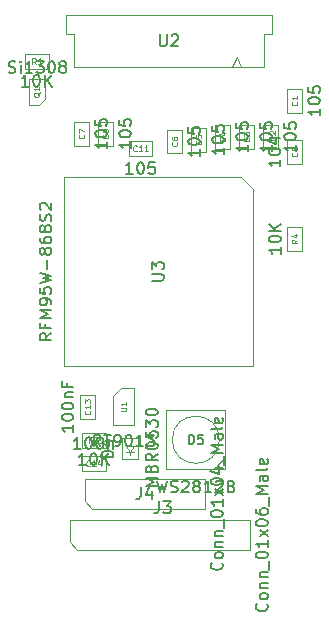
<source format=gbr>
%TF.GenerationSoftware,KiCad,Pcbnew,(5.1.10)-1*%
%TF.CreationDate,2022-01-07T18:41:25+01:00*%
%TF.ProjectId,M5StampC3,4d355374-616d-4704-9333-2e6b69636164,rev?*%
%TF.SameCoordinates,Original*%
%TF.FileFunction,Other,Fab,Top*%
%FSLAX46Y46*%
G04 Gerber Fmt 4.6, Leading zero omitted, Abs format (unit mm)*
G04 Created by KiCad (PCBNEW (5.1.10)-1) date 2022-01-07 18:41:25*
%MOMM*%
%LPD*%
G01*
G04 APERTURE LIST*
%ADD10C,0.100000*%
%ADD11C,0.150000*%
%ADD12C,0.080000*%
%ADD13C,0.075000*%
G04 APERTURE END LIST*
D10*
%TO.C,D4*%
X122490000Y-77100000D02*
X122490000Y-75300000D01*
X122490000Y-75300000D02*
X123890000Y-75300000D01*
X123890000Y-75300000D02*
X123890000Y-77100000D01*
X123890000Y-77100000D02*
X122490000Y-77100000D01*
X122840000Y-76500000D02*
X123540000Y-76500000D01*
X123190000Y-76500000D02*
X123190000Y-76700000D01*
X123190000Y-76500000D02*
X122840000Y-76000000D01*
X122840000Y-76000000D02*
X123540000Y-76000000D01*
X123540000Y-76000000D02*
X123190000Y-76500000D01*
X123190000Y-76000000D02*
X123190000Y-75750000D01*
%TO.C,U3*%
X133600000Y-54214000D02*
X133600000Y-69214000D01*
X117600000Y-69214000D02*
X133600000Y-69214000D01*
X117600000Y-53214000D02*
X117600000Y-69214000D01*
X117600000Y-53214000D02*
X132600000Y-53214000D01*
X133600000Y-54214000D02*
X132600000Y-53214000D01*
%TO.C,R4*%
X136535000Y-59420000D02*
X136535000Y-57420000D01*
X137785000Y-59420000D02*
X136535000Y-59420000D01*
X137785000Y-57420000D02*
X137785000Y-59420000D01*
X136535000Y-57420000D02*
X137785000Y-57420000D01*
%TO.C,D5*%
X131278000Y-76938000D02*
X130278000Y-77938000D01*
X126278000Y-72938000D02*
X126278000Y-77938000D01*
X126278000Y-77938000D02*
X131278000Y-77938000D01*
X131278000Y-77938000D02*
X131278000Y-72938000D01*
X131278000Y-72938000D02*
X126278000Y-72938000D01*
X130778000Y-75438000D02*
G75*
G03*
X130778000Y-75438000I-2000000J0D01*
G01*
%TO.C,J4*%
X119380000Y-80645000D02*
X119380000Y-78740000D01*
X119380000Y-78740000D02*
X129540000Y-78740000D01*
X129540000Y-78740000D02*
X129540000Y-81280000D01*
X129540000Y-81280000D02*
X120015000Y-81280000D01*
X120015000Y-81280000D02*
X119380000Y-80645000D01*
%TO.C,U1*%
X121782000Y-71744000D02*
X122432000Y-71094000D01*
X123582000Y-71094000D02*
X122432000Y-71094000D01*
X121782000Y-71744000D02*
X121782000Y-74194000D01*
X123582000Y-74194000D02*
X121782000Y-74194000D01*
X123582000Y-71094000D02*
X123582000Y-74194000D01*
%TO.C,R3*%
X119142000Y-76105000D02*
X119142000Y-74855000D01*
X119142000Y-74855000D02*
X121142000Y-74855000D01*
X121142000Y-74855000D02*
X121142000Y-76105000D01*
X121142000Y-76105000D02*
X119142000Y-76105000D01*
%TO.C,C14*%
X121142000Y-76825000D02*
X121142000Y-78075000D01*
X121142000Y-78075000D02*
X119142000Y-78075000D01*
X119142000Y-78075000D02*
X119142000Y-76825000D01*
X119142000Y-76825000D02*
X121142000Y-76825000D01*
%TO.C,C13*%
X119009000Y-71644000D02*
X120259000Y-71644000D01*
X120259000Y-71644000D02*
X120259000Y-73644000D01*
X120259000Y-73644000D02*
X119009000Y-73644000D01*
X119009000Y-73644000D02*
X119009000Y-71644000D01*
%TO.C,J3*%
X118745000Y-84770000D02*
X118110000Y-84135000D01*
X133350000Y-84770000D02*
X118745000Y-84770000D01*
X133350000Y-82230000D02*
X133350000Y-84770000D01*
X118110000Y-82230000D02*
X133350000Y-82230000D01*
X118110000Y-84135000D02*
X118110000Y-82230000D01*
%TO.C,U2*%
X134552000Y-43870000D02*
X118432000Y-43870000D01*
X118432000Y-43870000D02*
X118432000Y-41070000D01*
X118432000Y-41070000D02*
X117777000Y-41070000D01*
X117777000Y-41070000D02*
X117777000Y-39470000D01*
X117777000Y-39470000D02*
X135207000Y-39470000D01*
X135207000Y-39470000D02*
X135207000Y-41070000D01*
X135207000Y-41070000D02*
X134552000Y-41070000D01*
X134552000Y-41070000D02*
X134552000Y-43870000D01*
X132642000Y-43870000D02*
X132242000Y-43070000D01*
X132242000Y-43070000D02*
X131842000Y-43870000D01*
%TO.C,Q1*%
X114646000Y-47074000D02*
X115496000Y-47074000D01*
X115996000Y-46574000D02*
X115996000Y-44874000D01*
X114646000Y-47074000D02*
X114646000Y-44874000D01*
X114646000Y-44874000D02*
X115996000Y-44874000D01*
X115496000Y-47074000D02*
X115996000Y-46574000D01*
%TO.C,R1*%
X114316000Y-44059000D02*
X114316000Y-42809000D01*
X114316000Y-42809000D02*
X116316000Y-42809000D01*
X116316000Y-42809000D02*
X116316000Y-44059000D01*
X116316000Y-44059000D02*
X114316000Y-44059000D01*
%TO.C,C9*%
X121783000Y-50530000D02*
X120533000Y-50530000D01*
X120533000Y-50530000D02*
X120533000Y-48530000D01*
X120533000Y-48530000D02*
X121783000Y-48530000D01*
X121783000Y-48530000D02*
X121783000Y-50530000D01*
%TO.C,C6*%
X127625000Y-51180000D02*
X126375000Y-51180000D01*
X126375000Y-51180000D02*
X126375000Y-49180000D01*
X126375000Y-49180000D02*
X127625000Y-49180000D01*
X127625000Y-49180000D02*
X127625000Y-51180000D01*
%TO.C,C4*%
X131689000Y-50784000D02*
X130439000Y-50784000D01*
X130439000Y-50784000D02*
X130439000Y-48784000D01*
X130439000Y-48784000D02*
X131689000Y-48784000D01*
X131689000Y-48784000D02*
X131689000Y-50784000D01*
%TO.C,C2*%
X135753000Y-50784000D02*
X134503000Y-50784000D01*
X134503000Y-50784000D02*
X134503000Y-48784000D01*
X134503000Y-48784000D02*
X135753000Y-48784000D01*
X135753000Y-48784000D02*
X135753000Y-50784000D01*
%TO.C,C7*%
X119751000Y-50530000D02*
X118501000Y-50530000D01*
X118501000Y-50530000D02*
X118501000Y-48530000D01*
X118501000Y-48530000D02*
X119751000Y-48530000D01*
X119751000Y-48530000D02*
X119751000Y-50530000D01*
%TO.C,C8*%
X136535000Y-50054000D02*
X137785000Y-50054000D01*
X137785000Y-50054000D02*
X137785000Y-52054000D01*
X137785000Y-52054000D02*
X136535000Y-52054000D01*
X136535000Y-52054000D02*
X136535000Y-50054000D01*
%TO.C,C11*%
X123100000Y-51425000D02*
X123100000Y-50175000D01*
X123100000Y-50175000D02*
X125100000Y-50175000D01*
X125100000Y-50175000D02*
X125100000Y-51425000D01*
X125100000Y-51425000D02*
X123100000Y-51425000D01*
%TO.C,C5*%
X129657000Y-49038000D02*
X129657000Y-51038000D01*
X128407000Y-49038000D02*
X129657000Y-49038000D01*
X128407000Y-51038000D02*
X128407000Y-49038000D01*
X129657000Y-51038000D02*
X128407000Y-51038000D01*
%TO.C,C3*%
X133721000Y-50784000D02*
X132471000Y-50784000D01*
X132471000Y-50784000D02*
X132471000Y-48784000D01*
X132471000Y-48784000D02*
X133721000Y-48784000D01*
X133721000Y-48784000D02*
X133721000Y-50784000D01*
%TO.C,C1*%
X137785000Y-47736000D02*
X136535000Y-47736000D01*
X136535000Y-47736000D02*
X136535000Y-45736000D01*
X136535000Y-45736000D02*
X137785000Y-45736000D01*
X137785000Y-45736000D02*
X137785000Y-47736000D01*
%TD*%
%TO.C,D4*%
D11*
X125542380Y-79338095D02*
X124542380Y-79338095D01*
X125256666Y-79004761D01*
X124542380Y-78671428D01*
X125542380Y-78671428D01*
X125018571Y-77861904D02*
X125066190Y-77719047D01*
X125113809Y-77671428D01*
X125209047Y-77623809D01*
X125351904Y-77623809D01*
X125447142Y-77671428D01*
X125494761Y-77719047D01*
X125542380Y-77814285D01*
X125542380Y-78195238D01*
X124542380Y-78195238D01*
X124542380Y-77861904D01*
X124590000Y-77766666D01*
X124637619Y-77719047D01*
X124732857Y-77671428D01*
X124828095Y-77671428D01*
X124923333Y-77719047D01*
X124970952Y-77766666D01*
X125018571Y-77861904D01*
X125018571Y-78195238D01*
X125542380Y-76623809D02*
X125066190Y-76957142D01*
X125542380Y-77195238D02*
X124542380Y-77195238D01*
X124542380Y-76814285D01*
X124590000Y-76719047D01*
X124637619Y-76671428D01*
X124732857Y-76623809D01*
X124875714Y-76623809D01*
X124970952Y-76671428D01*
X125018571Y-76719047D01*
X125066190Y-76814285D01*
X125066190Y-77195238D01*
X124542380Y-76004761D02*
X124542380Y-75909523D01*
X124590000Y-75814285D01*
X124637619Y-75766666D01*
X124732857Y-75719047D01*
X124923333Y-75671428D01*
X125161428Y-75671428D01*
X125351904Y-75719047D01*
X125447142Y-75766666D01*
X125494761Y-75814285D01*
X125542380Y-75909523D01*
X125542380Y-76004761D01*
X125494761Y-76100000D01*
X125447142Y-76147619D01*
X125351904Y-76195238D01*
X125161428Y-76242857D01*
X124923333Y-76242857D01*
X124732857Y-76195238D01*
X124637619Y-76147619D01*
X124590000Y-76100000D01*
X124542380Y-76004761D01*
X124542380Y-74766666D02*
X124542380Y-75242857D01*
X125018571Y-75290476D01*
X124970952Y-75242857D01*
X124923333Y-75147619D01*
X124923333Y-74909523D01*
X124970952Y-74814285D01*
X125018571Y-74766666D01*
X125113809Y-74719047D01*
X125351904Y-74719047D01*
X125447142Y-74766666D01*
X125494761Y-74814285D01*
X125542380Y-74909523D01*
X125542380Y-75147619D01*
X125494761Y-75242857D01*
X125447142Y-75290476D01*
X124542380Y-74385714D02*
X124542380Y-73766666D01*
X124923333Y-74100000D01*
X124923333Y-73957142D01*
X124970952Y-73861904D01*
X125018571Y-73814285D01*
X125113809Y-73766666D01*
X125351904Y-73766666D01*
X125447142Y-73814285D01*
X125494761Y-73861904D01*
X125542380Y-73957142D01*
X125542380Y-74242857D01*
X125494761Y-74338095D01*
X125447142Y-74385714D01*
X124542380Y-73147619D02*
X124542380Y-73052380D01*
X124590000Y-72957142D01*
X124637619Y-72909523D01*
X124732857Y-72861904D01*
X124923333Y-72814285D01*
X125161428Y-72814285D01*
X125351904Y-72861904D01*
X125447142Y-72909523D01*
X125494761Y-72957142D01*
X125542380Y-73052380D01*
X125542380Y-73147619D01*
X125494761Y-73242857D01*
X125447142Y-73290476D01*
X125351904Y-73338095D01*
X125161428Y-73385714D01*
X124923333Y-73385714D01*
X124732857Y-73338095D01*
X124637619Y-73290476D01*
X124590000Y-73242857D01*
X124542380Y-73147619D01*
X121792380Y-76938095D02*
X120792380Y-76938095D01*
X120792380Y-76700000D01*
X120840000Y-76557142D01*
X120935238Y-76461904D01*
X121030476Y-76414285D01*
X121220952Y-76366666D01*
X121363809Y-76366666D01*
X121554285Y-76414285D01*
X121649523Y-76461904D01*
X121744761Y-76557142D01*
X121792380Y-76700000D01*
X121792380Y-76938095D01*
X121125714Y-75509523D02*
X121792380Y-75509523D01*
X120744761Y-75747619D02*
X121459047Y-75985714D01*
X121459047Y-75366666D01*
%TO.C,U3*%
X116552380Y-66428285D02*
X116076190Y-66761619D01*
X116552380Y-66999714D02*
X115552380Y-66999714D01*
X115552380Y-66618761D01*
X115600000Y-66523523D01*
X115647619Y-66475904D01*
X115742857Y-66428285D01*
X115885714Y-66428285D01*
X115980952Y-66475904D01*
X116028571Y-66523523D01*
X116076190Y-66618761D01*
X116076190Y-66999714D01*
X116028571Y-65666380D02*
X116028571Y-65999714D01*
X116552380Y-65999714D02*
X115552380Y-65999714D01*
X115552380Y-65523523D01*
X116552380Y-65142571D02*
X115552380Y-65142571D01*
X116266666Y-64809238D01*
X115552380Y-64475904D01*
X116552380Y-64475904D01*
X116552380Y-63952095D02*
X116552380Y-63761619D01*
X116504761Y-63666380D01*
X116457142Y-63618761D01*
X116314285Y-63523523D01*
X116123809Y-63475904D01*
X115742857Y-63475904D01*
X115647619Y-63523523D01*
X115600000Y-63571142D01*
X115552380Y-63666380D01*
X115552380Y-63856857D01*
X115600000Y-63952095D01*
X115647619Y-63999714D01*
X115742857Y-64047333D01*
X115980952Y-64047333D01*
X116076190Y-63999714D01*
X116123809Y-63952095D01*
X116171428Y-63856857D01*
X116171428Y-63666380D01*
X116123809Y-63571142D01*
X116076190Y-63523523D01*
X115980952Y-63475904D01*
X115552380Y-62571142D02*
X115552380Y-63047333D01*
X116028571Y-63094952D01*
X115980952Y-63047333D01*
X115933333Y-62952095D01*
X115933333Y-62714000D01*
X115980952Y-62618761D01*
X116028571Y-62571142D01*
X116123809Y-62523523D01*
X116361904Y-62523523D01*
X116457142Y-62571142D01*
X116504761Y-62618761D01*
X116552380Y-62714000D01*
X116552380Y-62952095D01*
X116504761Y-63047333D01*
X116457142Y-63094952D01*
X115552380Y-62190190D02*
X116552380Y-61952095D01*
X115838095Y-61761619D01*
X116552380Y-61571142D01*
X115552380Y-61333047D01*
X116171428Y-60952095D02*
X116171428Y-60190190D01*
X115980952Y-59571142D02*
X115933333Y-59666380D01*
X115885714Y-59714000D01*
X115790476Y-59761619D01*
X115742857Y-59761619D01*
X115647619Y-59714000D01*
X115600000Y-59666380D01*
X115552380Y-59571142D01*
X115552380Y-59380666D01*
X115600000Y-59285428D01*
X115647619Y-59237809D01*
X115742857Y-59190190D01*
X115790476Y-59190190D01*
X115885714Y-59237809D01*
X115933333Y-59285428D01*
X115980952Y-59380666D01*
X115980952Y-59571142D01*
X116028571Y-59666380D01*
X116076190Y-59714000D01*
X116171428Y-59761619D01*
X116361904Y-59761619D01*
X116457142Y-59714000D01*
X116504761Y-59666380D01*
X116552380Y-59571142D01*
X116552380Y-59380666D01*
X116504761Y-59285428D01*
X116457142Y-59237809D01*
X116361904Y-59190190D01*
X116171428Y-59190190D01*
X116076190Y-59237809D01*
X116028571Y-59285428D01*
X115980952Y-59380666D01*
X115552380Y-58333047D02*
X115552380Y-58523523D01*
X115600000Y-58618761D01*
X115647619Y-58666380D01*
X115790476Y-58761619D01*
X115980952Y-58809238D01*
X116361904Y-58809238D01*
X116457142Y-58761619D01*
X116504761Y-58714000D01*
X116552380Y-58618761D01*
X116552380Y-58428285D01*
X116504761Y-58333047D01*
X116457142Y-58285428D01*
X116361904Y-58237809D01*
X116123809Y-58237809D01*
X116028571Y-58285428D01*
X115980952Y-58333047D01*
X115933333Y-58428285D01*
X115933333Y-58618761D01*
X115980952Y-58714000D01*
X116028571Y-58761619D01*
X116123809Y-58809238D01*
X115980952Y-57666380D02*
X115933333Y-57761619D01*
X115885714Y-57809238D01*
X115790476Y-57856857D01*
X115742857Y-57856857D01*
X115647619Y-57809238D01*
X115600000Y-57761619D01*
X115552380Y-57666380D01*
X115552380Y-57475904D01*
X115600000Y-57380666D01*
X115647619Y-57333047D01*
X115742857Y-57285428D01*
X115790476Y-57285428D01*
X115885714Y-57333047D01*
X115933333Y-57380666D01*
X115980952Y-57475904D01*
X115980952Y-57666380D01*
X116028571Y-57761619D01*
X116076190Y-57809238D01*
X116171428Y-57856857D01*
X116361904Y-57856857D01*
X116457142Y-57809238D01*
X116504761Y-57761619D01*
X116552380Y-57666380D01*
X116552380Y-57475904D01*
X116504761Y-57380666D01*
X116457142Y-57333047D01*
X116361904Y-57285428D01*
X116171428Y-57285428D01*
X116076190Y-57333047D01*
X116028571Y-57380666D01*
X115980952Y-57475904D01*
X116504761Y-56904476D02*
X116552380Y-56761619D01*
X116552380Y-56523523D01*
X116504761Y-56428285D01*
X116457142Y-56380666D01*
X116361904Y-56333047D01*
X116266666Y-56333047D01*
X116171428Y-56380666D01*
X116123809Y-56428285D01*
X116076190Y-56523523D01*
X116028571Y-56714000D01*
X115980952Y-56809238D01*
X115933333Y-56856857D01*
X115838095Y-56904476D01*
X115742857Y-56904476D01*
X115647619Y-56856857D01*
X115600000Y-56809238D01*
X115552380Y-56714000D01*
X115552380Y-56475904D01*
X115600000Y-56333047D01*
X115647619Y-55952095D02*
X115600000Y-55904476D01*
X115552380Y-55809238D01*
X115552380Y-55571142D01*
X115600000Y-55475904D01*
X115647619Y-55428285D01*
X115742857Y-55380666D01*
X115838095Y-55380666D01*
X115980952Y-55428285D01*
X116552380Y-55999714D01*
X116552380Y-55380666D01*
X125052380Y-61975904D02*
X125861904Y-61975904D01*
X125957142Y-61928285D01*
X126004761Y-61880666D01*
X126052380Y-61785428D01*
X126052380Y-61594952D01*
X126004761Y-61499714D01*
X125957142Y-61452095D01*
X125861904Y-61404476D01*
X125052380Y-61404476D01*
X125052380Y-61023523D02*
X125052380Y-60404476D01*
X125433333Y-60737809D01*
X125433333Y-60594952D01*
X125480952Y-60499714D01*
X125528571Y-60452095D01*
X125623809Y-60404476D01*
X125861904Y-60404476D01*
X125957142Y-60452095D01*
X126004761Y-60499714D01*
X126052380Y-60594952D01*
X126052380Y-60880666D01*
X126004761Y-60975904D01*
X125957142Y-61023523D01*
%TO.C,R4*%
X135962380Y-59110476D02*
X135962380Y-59681904D01*
X135962380Y-59396190D02*
X134962380Y-59396190D01*
X135105238Y-59491428D01*
X135200476Y-59586666D01*
X135248095Y-59681904D01*
X134962380Y-58491428D02*
X134962380Y-58396190D01*
X135010000Y-58300952D01*
X135057619Y-58253333D01*
X135152857Y-58205714D01*
X135343333Y-58158095D01*
X135581428Y-58158095D01*
X135771904Y-58205714D01*
X135867142Y-58253333D01*
X135914761Y-58300952D01*
X135962380Y-58396190D01*
X135962380Y-58491428D01*
X135914761Y-58586666D01*
X135867142Y-58634285D01*
X135771904Y-58681904D01*
X135581428Y-58729523D01*
X135343333Y-58729523D01*
X135152857Y-58681904D01*
X135057619Y-58634285D01*
X135010000Y-58586666D01*
X134962380Y-58491428D01*
X135962380Y-57729523D02*
X134962380Y-57729523D01*
X135962380Y-57158095D02*
X135390952Y-57586666D01*
X134962380Y-57158095D02*
X135533809Y-57729523D01*
D12*
X137386190Y-58503333D02*
X137148095Y-58670000D01*
X137386190Y-58789047D02*
X136886190Y-58789047D01*
X136886190Y-58598571D01*
X136910000Y-58550952D01*
X136933809Y-58527142D01*
X136981428Y-58503333D01*
X137052857Y-58503333D01*
X137100476Y-58527142D01*
X137124285Y-58550952D01*
X137148095Y-58598571D01*
X137148095Y-58789047D01*
X137052857Y-58074761D02*
X137386190Y-58074761D01*
X136862380Y-58193809D02*
X137219523Y-58312857D01*
X137219523Y-58003333D01*
%TO.C,D5*%
D11*
X125468476Y-78890380D02*
X125706571Y-79890380D01*
X125897047Y-79176095D01*
X126087523Y-79890380D01*
X126325619Y-78890380D01*
X126658952Y-79842761D02*
X126801809Y-79890380D01*
X127039904Y-79890380D01*
X127135142Y-79842761D01*
X127182761Y-79795142D01*
X127230380Y-79699904D01*
X127230380Y-79604666D01*
X127182761Y-79509428D01*
X127135142Y-79461809D01*
X127039904Y-79414190D01*
X126849428Y-79366571D01*
X126754190Y-79318952D01*
X126706571Y-79271333D01*
X126658952Y-79176095D01*
X126658952Y-79080857D01*
X126706571Y-78985619D01*
X126754190Y-78938000D01*
X126849428Y-78890380D01*
X127087523Y-78890380D01*
X127230380Y-78938000D01*
X127611333Y-78985619D02*
X127658952Y-78938000D01*
X127754190Y-78890380D01*
X127992285Y-78890380D01*
X128087523Y-78938000D01*
X128135142Y-78985619D01*
X128182761Y-79080857D01*
X128182761Y-79176095D01*
X128135142Y-79318952D01*
X127563714Y-79890380D01*
X128182761Y-79890380D01*
X128754190Y-79318952D02*
X128658952Y-79271333D01*
X128611333Y-79223714D01*
X128563714Y-79128476D01*
X128563714Y-79080857D01*
X128611333Y-78985619D01*
X128658952Y-78938000D01*
X128754190Y-78890380D01*
X128944666Y-78890380D01*
X129039904Y-78938000D01*
X129087523Y-78985619D01*
X129135142Y-79080857D01*
X129135142Y-79128476D01*
X129087523Y-79223714D01*
X129039904Y-79271333D01*
X128944666Y-79318952D01*
X128754190Y-79318952D01*
X128658952Y-79366571D01*
X128611333Y-79414190D01*
X128563714Y-79509428D01*
X128563714Y-79699904D01*
X128611333Y-79795142D01*
X128658952Y-79842761D01*
X128754190Y-79890380D01*
X128944666Y-79890380D01*
X129039904Y-79842761D01*
X129087523Y-79795142D01*
X129135142Y-79699904D01*
X129135142Y-79509428D01*
X129087523Y-79414190D01*
X129039904Y-79366571D01*
X128944666Y-79318952D01*
X130087523Y-79890380D02*
X129516095Y-79890380D01*
X129801809Y-79890380D02*
X129801809Y-78890380D01*
X129706571Y-79033238D01*
X129611333Y-79128476D01*
X129516095Y-79176095D01*
X130468476Y-78985619D02*
X130516095Y-78938000D01*
X130611333Y-78890380D01*
X130849428Y-78890380D01*
X130944666Y-78938000D01*
X130992285Y-78985619D01*
X131039904Y-79080857D01*
X131039904Y-79176095D01*
X130992285Y-79318952D01*
X130420857Y-79890380D01*
X131039904Y-79890380D01*
X131801809Y-79366571D02*
X131944666Y-79414190D01*
X131992285Y-79461809D01*
X132039904Y-79557047D01*
X132039904Y-79699904D01*
X131992285Y-79795142D01*
X131944666Y-79842761D01*
X131849428Y-79890380D01*
X131468476Y-79890380D01*
X131468476Y-78890380D01*
X131801809Y-78890380D01*
X131897047Y-78938000D01*
X131944666Y-78985619D01*
X131992285Y-79080857D01*
X131992285Y-79176095D01*
X131944666Y-79271333D01*
X131897047Y-79318952D01*
X131801809Y-79366571D01*
X131468476Y-79366571D01*
X128187523Y-75799904D02*
X128187523Y-74999904D01*
X128378000Y-74999904D01*
X128492285Y-75038000D01*
X128568476Y-75114190D01*
X128606571Y-75190380D01*
X128644666Y-75342761D01*
X128644666Y-75457047D01*
X128606571Y-75609428D01*
X128568476Y-75685619D01*
X128492285Y-75761809D01*
X128378000Y-75799904D01*
X128187523Y-75799904D01*
X129368476Y-74999904D02*
X128987523Y-74999904D01*
X128949428Y-75380857D01*
X128987523Y-75342761D01*
X129063714Y-75304666D01*
X129254190Y-75304666D01*
X129330380Y-75342761D01*
X129368476Y-75380857D01*
X129406571Y-75457047D01*
X129406571Y-75647523D01*
X129368476Y-75723714D01*
X129330380Y-75761809D01*
X129254190Y-75799904D01*
X129063714Y-75799904D01*
X128987523Y-75761809D01*
X128949428Y-75723714D01*
%TO.C,J4*%
X130957142Y-85843333D02*
X131004761Y-85890952D01*
X131052380Y-86033809D01*
X131052380Y-86129047D01*
X131004761Y-86271904D01*
X130909523Y-86367142D01*
X130814285Y-86414761D01*
X130623809Y-86462380D01*
X130480952Y-86462380D01*
X130290476Y-86414761D01*
X130195238Y-86367142D01*
X130100000Y-86271904D01*
X130052380Y-86129047D01*
X130052380Y-86033809D01*
X130100000Y-85890952D01*
X130147619Y-85843333D01*
X131052380Y-85271904D02*
X131004761Y-85367142D01*
X130957142Y-85414761D01*
X130861904Y-85462380D01*
X130576190Y-85462380D01*
X130480952Y-85414761D01*
X130433333Y-85367142D01*
X130385714Y-85271904D01*
X130385714Y-85129047D01*
X130433333Y-85033809D01*
X130480952Y-84986190D01*
X130576190Y-84938571D01*
X130861904Y-84938571D01*
X130957142Y-84986190D01*
X131004761Y-85033809D01*
X131052380Y-85129047D01*
X131052380Y-85271904D01*
X130385714Y-84510000D02*
X131052380Y-84510000D01*
X130480952Y-84510000D02*
X130433333Y-84462380D01*
X130385714Y-84367142D01*
X130385714Y-84224285D01*
X130433333Y-84129047D01*
X130528571Y-84081428D01*
X131052380Y-84081428D01*
X130385714Y-83605238D02*
X131052380Y-83605238D01*
X130480952Y-83605238D02*
X130433333Y-83557619D01*
X130385714Y-83462380D01*
X130385714Y-83319523D01*
X130433333Y-83224285D01*
X130528571Y-83176666D01*
X131052380Y-83176666D01*
X131147619Y-82938571D02*
X131147619Y-82176666D01*
X130052380Y-81748095D02*
X130052380Y-81652857D01*
X130100000Y-81557619D01*
X130147619Y-81510000D01*
X130242857Y-81462380D01*
X130433333Y-81414761D01*
X130671428Y-81414761D01*
X130861904Y-81462380D01*
X130957142Y-81510000D01*
X131004761Y-81557619D01*
X131052380Y-81652857D01*
X131052380Y-81748095D01*
X131004761Y-81843333D01*
X130957142Y-81890952D01*
X130861904Y-81938571D01*
X130671428Y-81986190D01*
X130433333Y-81986190D01*
X130242857Y-81938571D01*
X130147619Y-81890952D01*
X130100000Y-81843333D01*
X130052380Y-81748095D01*
X131052380Y-80462380D02*
X131052380Y-81033809D01*
X131052380Y-80748095D02*
X130052380Y-80748095D01*
X130195238Y-80843333D01*
X130290476Y-80938571D01*
X130338095Y-81033809D01*
X131052380Y-80129047D02*
X130385714Y-79605238D01*
X130385714Y-80129047D02*
X131052380Y-79605238D01*
X130052380Y-79033809D02*
X130052380Y-78938571D01*
X130100000Y-78843333D01*
X130147619Y-78795714D01*
X130242857Y-78748095D01*
X130433333Y-78700476D01*
X130671428Y-78700476D01*
X130861904Y-78748095D01*
X130957142Y-78795714D01*
X131004761Y-78843333D01*
X131052380Y-78938571D01*
X131052380Y-79033809D01*
X131004761Y-79129047D01*
X130957142Y-79176666D01*
X130861904Y-79224285D01*
X130671428Y-79271904D01*
X130433333Y-79271904D01*
X130242857Y-79224285D01*
X130147619Y-79176666D01*
X130100000Y-79129047D01*
X130052380Y-79033809D01*
X130385714Y-77843333D02*
X131052380Y-77843333D01*
X130004761Y-78081428D02*
X130719047Y-78319523D01*
X130719047Y-77700476D01*
X131147619Y-77557619D02*
X131147619Y-76795714D01*
X131052380Y-76557619D02*
X130052380Y-76557619D01*
X130766666Y-76224285D01*
X130052380Y-75890952D01*
X131052380Y-75890952D01*
X131052380Y-74986190D02*
X130528571Y-74986190D01*
X130433333Y-75033809D01*
X130385714Y-75129047D01*
X130385714Y-75319523D01*
X130433333Y-75414761D01*
X131004761Y-74986190D02*
X131052380Y-75081428D01*
X131052380Y-75319523D01*
X131004761Y-75414761D01*
X130909523Y-75462380D01*
X130814285Y-75462380D01*
X130719047Y-75414761D01*
X130671428Y-75319523D01*
X130671428Y-75081428D01*
X130623809Y-74986190D01*
X131052380Y-74367142D02*
X131004761Y-74462380D01*
X130909523Y-74510000D01*
X130052380Y-74510000D01*
X131004761Y-73605238D02*
X131052380Y-73700476D01*
X131052380Y-73890952D01*
X131004761Y-73986190D01*
X130909523Y-74033809D01*
X130528571Y-74033809D01*
X130433333Y-73986190D01*
X130385714Y-73890952D01*
X130385714Y-73700476D01*
X130433333Y-73605238D01*
X130528571Y-73557619D01*
X130623809Y-73557619D01*
X130719047Y-74033809D01*
X124126666Y-79462380D02*
X124126666Y-80176666D01*
X124079047Y-80319523D01*
X123983809Y-80414761D01*
X123840952Y-80462380D01*
X123745714Y-80462380D01*
X125031428Y-79795714D02*
X125031428Y-80462380D01*
X124793333Y-79414761D02*
X124555238Y-80129047D01*
X125174285Y-80129047D01*
%TO.C,U1*%
X120705809Y-75996380D02*
X120372476Y-75520190D01*
X120134380Y-75996380D02*
X120134380Y-74996380D01*
X120515333Y-74996380D01*
X120610571Y-75044000D01*
X120658190Y-75091619D01*
X120705809Y-75186857D01*
X120705809Y-75329714D01*
X120658190Y-75424952D01*
X120610571Y-75472571D01*
X120515333Y-75520190D01*
X120134380Y-75520190D01*
X120991523Y-74996380D02*
X121562952Y-74996380D01*
X121277238Y-75996380D02*
X121277238Y-74996380D01*
X121943904Y-75996380D02*
X122134380Y-75996380D01*
X122229619Y-75948761D01*
X122277238Y-75901142D01*
X122372476Y-75758285D01*
X122420095Y-75567809D01*
X122420095Y-75186857D01*
X122372476Y-75091619D01*
X122324857Y-75044000D01*
X122229619Y-74996380D01*
X122039142Y-74996380D01*
X121943904Y-75044000D01*
X121896285Y-75091619D01*
X121848666Y-75186857D01*
X121848666Y-75424952D01*
X121896285Y-75520190D01*
X121943904Y-75567809D01*
X122039142Y-75615428D01*
X122229619Y-75615428D01*
X122324857Y-75567809D01*
X122372476Y-75520190D01*
X122420095Y-75424952D01*
X123039142Y-74996380D02*
X123134380Y-74996380D01*
X123229619Y-75044000D01*
X123277238Y-75091619D01*
X123324857Y-75186857D01*
X123372476Y-75377333D01*
X123372476Y-75615428D01*
X123324857Y-75805904D01*
X123277238Y-75901142D01*
X123229619Y-75948761D01*
X123134380Y-75996380D01*
X123039142Y-75996380D01*
X122943904Y-75948761D01*
X122896285Y-75901142D01*
X122848666Y-75805904D01*
X122801047Y-75615428D01*
X122801047Y-75377333D01*
X122848666Y-75186857D01*
X122896285Y-75091619D01*
X122943904Y-75044000D01*
X123039142Y-74996380D01*
X124324857Y-75996380D02*
X123753428Y-75996380D01*
X124039142Y-75996380D02*
X124039142Y-74996380D01*
X123943904Y-75139238D01*
X123848666Y-75234476D01*
X123753428Y-75282095D01*
X124658190Y-74996380D02*
X125277238Y-74996380D01*
X124943904Y-75377333D01*
X125086761Y-75377333D01*
X125182000Y-75424952D01*
X125229619Y-75472571D01*
X125277238Y-75567809D01*
X125277238Y-75805904D01*
X125229619Y-75901142D01*
X125182000Y-75948761D01*
X125086761Y-75996380D01*
X124801047Y-75996380D01*
X124705809Y-75948761D01*
X124658190Y-75901142D01*
D13*
X122408190Y-73024952D02*
X122812952Y-73024952D01*
X122860571Y-73001142D01*
X122884380Y-72977333D01*
X122908190Y-72929714D01*
X122908190Y-72834476D01*
X122884380Y-72786857D01*
X122860571Y-72763047D01*
X122812952Y-72739238D01*
X122408190Y-72739238D01*
X122908190Y-72239238D02*
X122908190Y-72524952D01*
X122908190Y-72382095D02*
X122408190Y-72382095D01*
X122479619Y-72429714D01*
X122527238Y-72477333D01*
X122551047Y-72524952D01*
%TO.C,R3*%
D11*
X119451523Y-77582380D02*
X118880095Y-77582380D01*
X119165809Y-77582380D02*
X119165809Y-76582380D01*
X119070571Y-76725238D01*
X118975333Y-76820476D01*
X118880095Y-76868095D01*
X120070571Y-76582380D02*
X120165809Y-76582380D01*
X120261047Y-76630000D01*
X120308666Y-76677619D01*
X120356285Y-76772857D01*
X120403904Y-76963333D01*
X120403904Y-77201428D01*
X120356285Y-77391904D01*
X120308666Y-77487142D01*
X120261047Y-77534761D01*
X120165809Y-77582380D01*
X120070571Y-77582380D01*
X119975333Y-77534761D01*
X119927714Y-77487142D01*
X119880095Y-77391904D01*
X119832476Y-77201428D01*
X119832476Y-76963333D01*
X119880095Y-76772857D01*
X119927714Y-76677619D01*
X119975333Y-76630000D01*
X120070571Y-76582380D01*
X120832476Y-77582380D02*
X120832476Y-76582380D01*
X121403904Y-77582380D02*
X120975333Y-77010952D01*
X121403904Y-76582380D02*
X120832476Y-77153809D01*
D12*
X120058666Y-75706190D02*
X119892000Y-75468095D01*
X119772952Y-75706190D02*
X119772952Y-75206190D01*
X119963428Y-75206190D01*
X120011047Y-75230000D01*
X120034857Y-75253809D01*
X120058666Y-75301428D01*
X120058666Y-75372857D01*
X120034857Y-75420476D01*
X120011047Y-75444285D01*
X119963428Y-75468095D01*
X119772952Y-75468095D01*
X120225333Y-75206190D02*
X120534857Y-75206190D01*
X120368190Y-75396666D01*
X120439619Y-75396666D01*
X120487238Y-75420476D01*
X120511047Y-75444285D01*
X120534857Y-75491904D01*
X120534857Y-75610952D01*
X120511047Y-75658571D01*
X120487238Y-75682380D01*
X120439619Y-75706190D01*
X120296761Y-75706190D01*
X120249142Y-75682380D01*
X120225333Y-75658571D01*
%TO.C,C14*%
D11*
X119022952Y-76222380D02*
X118451523Y-76222380D01*
X118737238Y-76222380D02*
X118737238Y-75222380D01*
X118642000Y-75365238D01*
X118546761Y-75460476D01*
X118451523Y-75508095D01*
X119642000Y-75222380D02*
X119737238Y-75222380D01*
X119832476Y-75270000D01*
X119880095Y-75317619D01*
X119927714Y-75412857D01*
X119975333Y-75603333D01*
X119975333Y-75841428D01*
X119927714Y-76031904D01*
X119880095Y-76127142D01*
X119832476Y-76174761D01*
X119737238Y-76222380D01*
X119642000Y-76222380D01*
X119546761Y-76174761D01*
X119499142Y-76127142D01*
X119451523Y-76031904D01*
X119403904Y-75841428D01*
X119403904Y-75603333D01*
X119451523Y-75412857D01*
X119499142Y-75317619D01*
X119546761Y-75270000D01*
X119642000Y-75222380D01*
X120594380Y-75222380D02*
X120689619Y-75222380D01*
X120784857Y-75270000D01*
X120832476Y-75317619D01*
X120880095Y-75412857D01*
X120927714Y-75603333D01*
X120927714Y-75841428D01*
X120880095Y-76031904D01*
X120832476Y-76127142D01*
X120784857Y-76174761D01*
X120689619Y-76222380D01*
X120594380Y-76222380D01*
X120499142Y-76174761D01*
X120451523Y-76127142D01*
X120403904Y-76031904D01*
X120356285Y-75841428D01*
X120356285Y-75603333D01*
X120403904Y-75412857D01*
X120451523Y-75317619D01*
X120499142Y-75270000D01*
X120594380Y-75222380D01*
X121356285Y-75555714D02*
X121356285Y-76222380D01*
X121356285Y-75650952D02*
X121403904Y-75603333D01*
X121499142Y-75555714D01*
X121642000Y-75555714D01*
X121737238Y-75603333D01*
X121784857Y-75698571D01*
X121784857Y-76222380D01*
D12*
X119820571Y-77628571D02*
X119796761Y-77652380D01*
X119725333Y-77676190D01*
X119677714Y-77676190D01*
X119606285Y-77652380D01*
X119558666Y-77604761D01*
X119534857Y-77557142D01*
X119511047Y-77461904D01*
X119511047Y-77390476D01*
X119534857Y-77295238D01*
X119558666Y-77247619D01*
X119606285Y-77200000D01*
X119677714Y-77176190D01*
X119725333Y-77176190D01*
X119796761Y-77200000D01*
X119820571Y-77223809D01*
X120296761Y-77676190D02*
X120011047Y-77676190D01*
X120153904Y-77676190D02*
X120153904Y-77176190D01*
X120106285Y-77247619D01*
X120058666Y-77295238D01*
X120011047Y-77319047D01*
X120725333Y-77342857D02*
X120725333Y-77676190D01*
X120606285Y-77152380D02*
X120487238Y-77509523D01*
X120796761Y-77509523D01*
%TO.C,C13*%
D11*
X118406380Y-74191619D02*
X118406380Y-74763047D01*
X118406380Y-74477333D02*
X117406380Y-74477333D01*
X117549238Y-74572571D01*
X117644476Y-74667809D01*
X117692095Y-74763047D01*
X117406380Y-73572571D02*
X117406380Y-73477333D01*
X117454000Y-73382095D01*
X117501619Y-73334476D01*
X117596857Y-73286857D01*
X117787333Y-73239238D01*
X118025428Y-73239238D01*
X118215904Y-73286857D01*
X118311142Y-73334476D01*
X118358761Y-73382095D01*
X118406380Y-73477333D01*
X118406380Y-73572571D01*
X118358761Y-73667809D01*
X118311142Y-73715428D01*
X118215904Y-73763047D01*
X118025428Y-73810666D01*
X117787333Y-73810666D01*
X117596857Y-73763047D01*
X117501619Y-73715428D01*
X117454000Y-73667809D01*
X117406380Y-73572571D01*
X117406380Y-72620190D02*
X117406380Y-72524952D01*
X117454000Y-72429714D01*
X117501619Y-72382095D01*
X117596857Y-72334476D01*
X117787333Y-72286857D01*
X118025428Y-72286857D01*
X118215904Y-72334476D01*
X118311142Y-72382095D01*
X118358761Y-72429714D01*
X118406380Y-72524952D01*
X118406380Y-72620190D01*
X118358761Y-72715428D01*
X118311142Y-72763047D01*
X118215904Y-72810666D01*
X118025428Y-72858285D01*
X117787333Y-72858285D01*
X117596857Y-72810666D01*
X117501619Y-72763047D01*
X117454000Y-72715428D01*
X117406380Y-72620190D01*
X117739714Y-71858285D02*
X118406380Y-71858285D01*
X117834952Y-71858285D02*
X117787333Y-71810666D01*
X117739714Y-71715428D01*
X117739714Y-71572571D01*
X117787333Y-71477333D01*
X117882571Y-71429714D01*
X118406380Y-71429714D01*
X117882571Y-70620190D02*
X117882571Y-70953523D01*
X118406380Y-70953523D02*
X117406380Y-70953523D01*
X117406380Y-70477333D01*
D12*
X119812571Y-72965428D02*
X119836380Y-72989238D01*
X119860190Y-73060666D01*
X119860190Y-73108285D01*
X119836380Y-73179714D01*
X119788761Y-73227333D01*
X119741142Y-73251142D01*
X119645904Y-73274952D01*
X119574476Y-73274952D01*
X119479238Y-73251142D01*
X119431619Y-73227333D01*
X119384000Y-73179714D01*
X119360190Y-73108285D01*
X119360190Y-73060666D01*
X119384000Y-72989238D01*
X119407809Y-72965428D01*
X119860190Y-72489238D02*
X119860190Y-72774952D01*
X119860190Y-72632095D02*
X119360190Y-72632095D01*
X119431619Y-72679714D01*
X119479238Y-72727333D01*
X119503047Y-72774952D01*
X119360190Y-72322571D02*
X119360190Y-72013047D01*
X119550666Y-72179714D01*
X119550666Y-72108285D01*
X119574476Y-72060666D01*
X119598285Y-72036857D01*
X119645904Y-72013047D01*
X119764952Y-72013047D01*
X119812571Y-72036857D01*
X119836380Y-72060666D01*
X119860190Y-72108285D01*
X119860190Y-72251142D01*
X119836380Y-72298761D01*
X119812571Y-72322571D01*
%TO.C,J3*%
D11*
X134767142Y-89333333D02*
X134814761Y-89380952D01*
X134862380Y-89523809D01*
X134862380Y-89619047D01*
X134814761Y-89761904D01*
X134719523Y-89857142D01*
X134624285Y-89904761D01*
X134433809Y-89952380D01*
X134290952Y-89952380D01*
X134100476Y-89904761D01*
X134005238Y-89857142D01*
X133910000Y-89761904D01*
X133862380Y-89619047D01*
X133862380Y-89523809D01*
X133910000Y-89380952D01*
X133957619Y-89333333D01*
X134862380Y-88761904D02*
X134814761Y-88857142D01*
X134767142Y-88904761D01*
X134671904Y-88952380D01*
X134386190Y-88952380D01*
X134290952Y-88904761D01*
X134243333Y-88857142D01*
X134195714Y-88761904D01*
X134195714Y-88619047D01*
X134243333Y-88523809D01*
X134290952Y-88476190D01*
X134386190Y-88428571D01*
X134671904Y-88428571D01*
X134767142Y-88476190D01*
X134814761Y-88523809D01*
X134862380Y-88619047D01*
X134862380Y-88761904D01*
X134195714Y-88000000D02*
X134862380Y-88000000D01*
X134290952Y-88000000D02*
X134243333Y-87952380D01*
X134195714Y-87857142D01*
X134195714Y-87714285D01*
X134243333Y-87619047D01*
X134338571Y-87571428D01*
X134862380Y-87571428D01*
X134195714Y-87095238D02*
X134862380Y-87095238D01*
X134290952Y-87095238D02*
X134243333Y-87047619D01*
X134195714Y-86952380D01*
X134195714Y-86809523D01*
X134243333Y-86714285D01*
X134338571Y-86666666D01*
X134862380Y-86666666D01*
X134957619Y-86428571D02*
X134957619Y-85666666D01*
X133862380Y-85238095D02*
X133862380Y-85142857D01*
X133910000Y-85047619D01*
X133957619Y-85000000D01*
X134052857Y-84952380D01*
X134243333Y-84904761D01*
X134481428Y-84904761D01*
X134671904Y-84952380D01*
X134767142Y-85000000D01*
X134814761Y-85047619D01*
X134862380Y-85142857D01*
X134862380Y-85238095D01*
X134814761Y-85333333D01*
X134767142Y-85380952D01*
X134671904Y-85428571D01*
X134481428Y-85476190D01*
X134243333Y-85476190D01*
X134052857Y-85428571D01*
X133957619Y-85380952D01*
X133910000Y-85333333D01*
X133862380Y-85238095D01*
X134862380Y-83952380D02*
X134862380Y-84523809D01*
X134862380Y-84238095D02*
X133862380Y-84238095D01*
X134005238Y-84333333D01*
X134100476Y-84428571D01*
X134148095Y-84523809D01*
X134862380Y-83619047D02*
X134195714Y-83095238D01*
X134195714Y-83619047D02*
X134862380Y-83095238D01*
X133862380Y-82523809D02*
X133862380Y-82428571D01*
X133910000Y-82333333D01*
X133957619Y-82285714D01*
X134052857Y-82238095D01*
X134243333Y-82190476D01*
X134481428Y-82190476D01*
X134671904Y-82238095D01*
X134767142Y-82285714D01*
X134814761Y-82333333D01*
X134862380Y-82428571D01*
X134862380Y-82523809D01*
X134814761Y-82619047D01*
X134767142Y-82666666D01*
X134671904Y-82714285D01*
X134481428Y-82761904D01*
X134243333Y-82761904D01*
X134052857Y-82714285D01*
X133957619Y-82666666D01*
X133910000Y-82619047D01*
X133862380Y-82523809D01*
X133862380Y-81333333D02*
X133862380Y-81523809D01*
X133910000Y-81619047D01*
X133957619Y-81666666D01*
X134100476Y-81761904D01*
X134290952Y-81809523D01*
X134671904Y-81809523D01*
X134767142Y-81761904D01*
X134814761Y-81714285D01*
X134862380Y-81619047D01*
X134862380Y-81428571D01*
X134814761Y-81333333D01*
X134767142Y-81285714D01*
X134671904Y-81238095D01*
X134433809Y-81238095D01*
X134338571Y-81285714D01*
X134290952Y-81333333D01*
X134243333Y-81428571D01*
X134243333Y-81619047D01*
X134290952Y-81714285D01*
X134338571Y-81761904D01*
X134433809Y-81809523D01*
X134957619Y-81047619D02*
X134957619Y-80285714D01*
X134862380Y-80047619D02*
X133862380Y-80047619D01*
X134576666Y-79714285D01*
X133862380Y-79380952D01*
X134862380Y-79380952D01*
X134862380Y-78476190D02*
X134338571Y-78476190D01*
X134243333Y-78523809D01*
X134195714Y-78619047D01*
X134195714Y-78809523D01*
X134243333Y-78904761D01*
X134814761Y-78476190D02*
X134862380Y-78571428D01*
X134862380Y-78809523D01*
X134814761Y-78904761D01*
X134719523Y-78952380D01*
X134624285Y-78952380D01*
X134529047Y-78904761D01*
X134481428Y-78809523D01*
X134481428Y-78571428D01*
X134433809Y-78476190D01*
X134862380Y-77857142D02*
X134814761Y-77952380D01*
X134719523Y-78000000D01*
X133862380Y-78000000D01*
X134814761Y-77095238D02*
X134862380Y-77190476D01*
X134862380Y-77380952D01*
X134814761Y-77476190D01*
X134719523Y-77523809D01*
X134338571Y-77523809D01*
X134243333Y-77476190D01*
X134195714Y-77380952D01*
X134195714Y-77190476D01*
X134243333Y-77095238D01*
X134338571Y-77047619D01*
X134433809Y-77047619D01*
X134529047Y-77523809D01*
X125650666Y-80666380D02*
X125650666Y-81380666D01*
X125603047Y-81523523D01*
X125507809Y-81618761D01*
X125364952Y-81666380D01*
X125269714Y-81666380D01*
X126031619Y-80666380D02*
X126650666Y-80666380D01*
X126317333Y-81047333D01*
X126460190Y-81047333D01*
X126555428Y-81094952D01*
X126603047Y-81142571D01*
X126650666Y-81237809D01*
X126650666Y-81475904D01*
X126603047Y-81571142D01*
X126555428Y-81618761D01*
X126460190Y-81666380D01*
X126174476Y-81666380D01*
X126079238Y-81618761D01*
X126031619Y-81571142D01*
%TO.C,U2*%
X125730095Y-41122380D02*
X125730095Y-41931904D01*
X125777714Y-42027142D01*
X125825333Y-42074761D01*
X125920571Y-42122380D01*
X126111047Y-42122380D01*
X126206285Y-42074761D01*
X126253904Y-42027142D01*
X126301523Y-41931904D01*
X126301523Y-41122380D01*
X126730095Y-41217619D02*
X126777714Y-41170000D01*
X126872952Y-41122380D01*
X127111047Y-41122380D01*
X127206285Y-41170000D01*
X127253904Y-41217619D01*
X127301523Y-41312857D01*
X127301523Y-41408095D01*
X127253904Y-41550952D01*
X126682476Y-42122380D01*
X127301523Y-42122380D01*
%TO.C,Q1*%
X112937428Y-44328761D02*
X113080285Y-44376380D01*
X113318380Y-44376380D01*
X113413619Y-44328761D01*
X113461238Y-44281142D01*
X113508857Y-44185904D01*
X113508857Y-44090666D01*
X113461238Y-43995428D01*
X113413619Y-43947809D01*
X113318380Y-43900190D01*
X113127904Y-43852571D01*
X113032666Y-43804952D01*
X112985047Y-43757333D01*
X112937428Y-43662095D01*
X112937428Y-43566857D01*
X112985047Y-43471619D01*
X113032666Y-43424000D01*
X113127904Y-43376380D01*
X113366000Y-43376380D01*
X113508857Y-43424000D01*
X113937428Y-44376380D02*
X113937428Y-43709714D01*
X113937428Y-43376380D02*
X113889809Y-43424000D01*
X113937428Y-43471619D01*
X113985047Y-43424000D01*
X113937428Y-43376380D01*
X113937428Y-43471619D01*
X114937428Y-44376380D02*
X114366000Y-44376380D01*
X114651714Y-44376380D02*
X114651714Y-43376380D01*
X114556476Y-43519238D01*
X114461238Y-43614476D01*
X114366000Y-43662095D01*
X115270761Y-43376380D02*
X115889809Y-43376380D01*
X115556476Y-43757333D01*
X115699333Y-43757333D01*
X115794571Y-43804952D01*
X115842190Y-43852571D01*
X115889809Y-43947809D01*
X115889809Y-44185904D01*
X115842190Y-44281142D01*
X115794571Y-44328761D01*
X115699333Y-44376380D01*
X115413619Y-44376380D01*
X115318380Y-44328761D01*
X115270761Y-44281142D01*
X116508857Y-43376380D02*
X116604095Y-43376380D01*
X116699333Y-43424000D01*
X116746952Y-43471619D01*
X116794571Y-43566857D01*
X116842190Y-43757333D01*
X116842190Y-43995428D01*
X116794571Y-44185904D01*
X116746952Y-44281142D01*
X116699333Y-44328761D01*
X116604095Y-44376380D01*
X116508857Y-44376380D01*
X116413619Y-44328761D01*
X116366000Y-44281142D01*
X116318380Y-44185904D01*
X116270761Y-43995428D01*
X116270761Y-43757333D01*
X116318380Y-43566857D01*
X116366000Y-43471619D01*
X116413619Y-43424000D01*
X116508857Y-43376380D01*
X117413619Y-43804952D02*
X117318380Y-43757333D01*
X117270761Y-43709714D01*
X117223142Y-43614476D01*
X117223142Y-43566857D01*
X117270761Y-43471619D01*
X117318380Y-43424000D01*
X117413619Y-43376380D01*
X117604095Y-43376380D01*
X117699333Y-43424000D01*
X117746952Y-43471619D01*
X117794571Y-43566857D01*
X117794571Y-43614476D01*
X117746952Y-43709714D01*
X117699333Y-43757333D01*
X117604095Y-43804952D01*
X117413619Y-43804952D01*
X117318380Y-43852571D01*
X117270761Y-43900190D01*
X117223142Y-43995428D01*
X117223142Y-44185904D01*
X117270761Y-44281142D01*
X117318380Y-44328761D01*
X117413619Y-44376380D01*
X117604095Y-44376380D01*
X117699333Y-44328761D01*
X117746952Y-44281142D01*
X117794571Y-44185904D01*
X117794571Y-43995428D01*
X117746952Y-43900190D01*
X117699333Y-43852571D01*
X117604095Y-43804952D01*
D13*
X115589809Y-46021619D02*
X115566000Y-46069238D01*
X115518380Y-46116857D01*
X115446952Y-46188285D01*
X115423142Y-46235904D01*
X115423142Y-46283523D01*
X115542190Y-46259714D02*
X115518380Y-46307333D01*
X115470761Y-46354952D01*
X115375523Y-46378761D01*
X115208857Y-46378761D01*
X115113619Y-46354952D01*
X115066000Y-46307333D01*
X115042190Y-46259714D01*
X115042190Y-46164476D01*
X115066000Y-46116857D01*
X115113619Y-46069238D01*
X115208857Y-46045428D01*
X115375523Y-46045428D01*
X115470761Y-46069238D01*
X115518380Y-46116857D01*
X115542190Y-46164476D01*
X115542190Y-46259714D01*
X115542190Y-45569238D02*
X115542190Y-45854952D01*
X115542190Y-45712095D02*
X115042190Y-45712095D01*
X115113619Y-45759714D01*
X115161238Y-45807333D01*
X115185047Y-45854952D01*
%TO.C,R1*%
D11*
X114625523Y-45536380D02*
X114054095Y-45536380D01*
X114339809Y-45536380D02*
X114339809Y-44536380D01*
X114244571Y-44679238D01*
X114149333Y-44774476D01*
X114054095Y-44822095D01*
X115244571Y-44536380D02*
X115339809Y-44536380D01*
X115435047Y-44584000D01*
X115482666Y-44631619D01*
X115530285Y-44726857D01*
X115577904Y-44917333D01*
X115577904Y-45155428D01*
X115530285Y-45345904D01*
X115482666Y-45441142D01*
X115435047Y-45488761D01*
X115339809Y-45536380D01*
X115244571Y-45536380D01*
X115149333Y-45488761D01*
X115101714Y-45441142D01*
X115054095Y-45345904D01*
X115006476Y-45155428D01*
X115006476Y-44917333D01*
X115054095Y-44726857D01*
X115101714Y-44631619D01*
X115149333Y-44584000D01*
X115244571Y-44536380D01*
X116006476Y-45536380D02*
X116006476Y-44536380D01*
X116577904Y-45536380D02*
X116149333Y-44964952D01*
X116577904Y-44536380D02*
X116006476Y-45107809D01*
D12*
X115232666Y-43660190D02*
X115066000Y-43422095D01*
X114946952Y-43660190D02*
X114946952Y-43160190D01*
X115137428Y-43160190D01*
X115185047Y-43184000D01*
X115208857Y-43207809D01*
X115232666Y-43255428D01*
X115232666Y-43326857D01*
X115208857Y-43374476D01*
X115185047Y-43398285D01*
X115137428Y-43422095D01*
X114946952Y-43422095D01*
X115708857Y-43660190D02*
X115423142Y-43660190D01*
X115566000Y-43660190D02*
X115566000Y-43160190D01*
X115518380Y-43231619D01*
X115470761Y-43279238D01*
X115423142Y-43303047D01*
%TO.C,C9*%
D11*
X123290380Y-50196666D02*
X123290380Y-50768095D01*
X123290380Y-50482380D02*
X122290380Y-50482380D01*
X122433238Y-50577619D01*
X122528476Y-50672857D01*
X122576095Y-50768095D01*
X122290380Y-49577619D02*
X122290380Y-49482380D01*
X122338000Y-49387142D01*
X122385619Y-49339523D01*
X122480857Y-49291904D01*
X122671333Y-49244285D01*
X122909428Y-49244285D01*
X123099904Y-49291904D01*
X123195142Y-49339523D01*
X123242761Y-49387142D01*
X123290380Y-49482380D01*
X123290380Y-49577619D01*
X123242761Y-49672857D01*
X123195142Y-49720476D01*
X123099904Y-49768095D01*
X122909428Y-49815714D01*
X122671333Y-49815714D01*
X122480857Y-49768095D01*
X122385619Y-49720476D01*
X122338000Y-49672857D01*
X122290380Y-49577619D01*
X122290380Y-48339523D02*
X122290380Y-48815714D01*
X122766571Y-48863333D01*
X122718952Y-48815714D01*
X122671333Y-48720476D01*
X122671333Y-48482380D01*
X122718952Y-48387142D01*
X122766571Y-48339523D01*
X122861809Y-48291904D01*
X123099904Y-48291904D01*
X123195142Y-48339523D01*
X123242761Y-48387142D01*
X123290380Y-48482380D01*
X123290380Y-48720476D01*
X123242761Y-48815714D01*
X123195142Y-48863333D01*
D12*
X121336571Y-49613333D02*
X121360380Y-49637142D01*
X121384190Y-49708571D01*
X121384190Y-49756190D01*
X121360380Y-49827619D01*
X121312761Y-49875238D01*
X121265142Y-49899047D01*
X121169904Y-49922857D01*
X121098476Y-49922857D01*
X121003238Y-49899047D01*
X120955619Y-49875238D01*
X120908000Y-49827619D01*
X120884190Y-49756190D01*
X120884190Y-49708571D01*
X120908000Y-49637142D01*
X120931809Y-49613333D01*
X121384190Y-49375238D02*
X121384190Y-49280000D01*
X121360380Y-49232380D01*
X121336571Y-49208571D01*
X121265142Y-49160952D01*
X121169904Y-49137142D01*
X120979428Y-49137142D01*
X120931809Y-49160952D01*
X120908000Y-49184761D01*
X120884190Y-49232380D01*
X120884190Y-49327619D01*
X120908000Y-49375238D01*
X120931809Y-49399047D01*
X120979428Y-49422857D01*
X121098476Y-49422857D01*
X121146095Y-49399047D01*
X121169904Y-49375238D01*
X121193714Y-49327619D01*
X121193714Y-49232380D01*
X121169904Y-49184761D01*
X121146095Y-49160952D01*
X121098476Y-49137142D01*
%TO.C,C6*%
D11*
X129132380Y-50846666D02*
X129132380Y-51418095D01*
X129132380Y-51132380D02*
X128132380Y-51132380D01*
X128275238Y-51227619D01*
X128370476Y-51322857D01*
X128418095Y-51418095D01*
X128132380Y-50227619D02*
X128132380Y-50132380D01*
X128180000Y-50037142D01*
X128227619Y-49989523D01*
X128322857Y-49941904D01*
X128513333Y-49894285D01*
X128751428Y-49894285D01*
X128941904Y-49941904D01*
X129037142Y-49989523D01*
X129084761Y-50037142D01*
X129132380Y-50132380D01*
X129132380Y-50227619D01*
X129084761Y-50322857D01*
X129037142Y-50370476D01*
X128941904Y-50418095D01*
X128751428Y-50465714D01*
X128513333Y-50465714D01*
X128322857Y-50418095D01*
X128227619Y-50370476D01*
X128180000Y-50322857D01*
X128132380Y-50227619D01*
X128132380Y-48989523D02*
X128132380Y-49465714D01*
X128608571Y-49513333D01*
X128560952Y-49465714D01*
X128513333Y-49370476D01*
X128513333Y-49132380D01*
X128560952Y-49037142D01*
X128608571Y-48989523D01*
X128703809Y-48941904D01*
X128941904Y-48941904D01*
X129037142Y-48989523D01*
X129084761Y-49037142D01*
X129132380Y-49132380D01*
X129132380Y-49370476D01*
X129084761Y-49465714D01*
X129037142Y-49513333D01*
D12*
X127178571Y-50263333D02*
X127202380Y-50287142D01*
X127226190Y-50358571D01*
X127226190Y-50406190D01*
X127202380Y-50477619D01*
X127154761Y-50525238D01*
X127107142Y-50549047D01*
X127011904Y-50572857D01*
X126940476Y-50572857D01*
X126845238Y-50549047D01*
X126797619Y-50525238D01*
X126750000Y-50477619D01*
X126726190Y-50406190D01*
X126726190Y-50358571D01*
X126750000Y-50287142D01*
X126773809Y-50263333D01*
X126726190Y-49834761D02*
X126726190Y-49930000D01*
X126750000Y-49977619D01*
X126773809Y-50001428D01*
X126845238Y-50049047D01*
X126940476Y-50072857D01*
X127130952Y-50072857D01*
X127178571Y-50049047D01*
X127202380Y-50025238D01*
X127226190Y-49977619D01*
X127226190Y-49882380D01*
X127202380Y-49834761D01*
X127178571Y-49810952D01*
X127130952Y-49787142D01*
X127011904Y-49787142D01*
X126964285Y-49810952D01*
X126940476Y-49834761D01*
X126916666Y-49882380D01*
X126916666Y-49977619D01*
X126940476Y-50025238D01*
X126964285Y-50049047D01*
X127011904Y-50072857D01*
%TO.C,C4*%
D11*
X133196380Y-50450666D02*
X133196380Y-51022095D01*
X133196380Y-50736380D02*
X132196380Y-50736380D01*
X132339238Y-50831619D01*
X132434476Y-50926857D01*
X132482095Y-51022095D01*
X132196380Y-49831619D02*
X132196380Y-49736380D01*
X132244000Y-49641142D01*
X132291619Y-49593523D01*
X132386857Y-49545904D01*
X132577333Y-49498285D01*
X132815428Y-49498285D01*
X133005904Y-49545904D01*
X133101142Y-49593523D01*
X133148761Y-49641142D01*
X133196380Y-49736380D01*
X133196380Y-49831619D01*
X133148761Y-49926857D01*
X133101142Y-49974476D01*
X133005904Y-50022095D01*
X132815428Y-50069714D01*
X132577333Y-50069714D01*
X132386857Y-50022095D01*
X132291619Y-49974476D01*
X132244000Y-49926857D01*
X132196380Y-49831619D01*
X132196380Y-48593523D02*
X132196380Y-49069714D01*
X132672571Y-49117333D01*
X132624952Y-49069714D01*
X132577333Y-48974476D01*
X132577333Y-48736380D01*
X132624952Y-48641142D01*
X132672571Y-48593523D01*
X132767809Y-48545904D01*
X133005904Y-48545904D01*
X133101142Y-48593523D01*
X133148761Y-48641142D01*
X133196380Y-48736380D01*
X133196380Y-48974476D01*
X133148761Y-49069714D01*
X133101142Y-49117333D01*
D12*
X131242571Y-49867333D02*
X131266380Y-49891142D01*
X131290190Y-49962571D01*
X131290190Y-50010190D01*
X131266380Y-50081619D01*
X131218761Y-50129238D01*
X131171142Y-50153047D01*
X131075904Y-50176857D01*
X131004476Y-50176857D01*
X130909238Y-50153047D01*
X130861619Y-50129238D01*
X130814000Y-50081619D01*
X130790190Y-50010190D01*
X130790190Y-49962571D01*
X130814000Y-49891142D01*
X130837809Y-49867333D01*
X130956857Y-49438761D02*
X131290190Y-49438761D01*
X130766380Y-49557809D02*
X131123523Y-49676857D01*
X131123523Y-49367333D01*
%TO.C,C2*%
D11*
X137260380Y-50450666D02*
X137260380Y-51022095D01*
X137260380Y-50736380D02*
X136260380Y-50736380D01*
X136403238Y-50831619D01*
X136498476Y-50926857D01*
X136546095Y-51022095D01*
X136260380Y-49831619D02*
X136260380Y-49736380D01*
X136308000Y-49641142D01*
X136355619Y-49593523D01*
X136450857Y-49545904D01*
X136641333Y-49498285D01*
X136879428Y-49498285D01*
X137069904Y-49545904D01*
X137165142Y-49593523D01*
X137212761Y-49641142D01*
X137260380Y-49736380D01*
X137260380Y-49831619D01*
X137212761Y-49926857D01*
X137165142Y-49974476D01*
X137069904Y-50022095D01*
X136879428Y-50069714D01*
X136641333Y-50069714D01*
X136450857Y-50022095D01*
X136355619Y-49974476D01*
X136308000Y-49926857D01*
X136260380Y-49831619D01*
X136260380Y-48593523D02*
X136260380Y-49069714D01*
X136736571Y-49117333D01*
X136688952Y-49069714D01*
X136641333Y-48974476D01*
X136641333Y-48736380D01*
X136688952Y-48641142D01*
X136736571Y-48593523D01*
X136831809Y-48545904D01*
X137069904Y-48545904D01*
X137165142Y-48593523D01*
X137212761Y-48641142D01*
X137260380Y-48736380D01*
X137260380Y-48974476D01*
X137212761Y-49069714D01*
X137165142Y-49117333D01*
D12*
X135436571Y-49775333D02*
X135460380Y-49799142D01*
X135484190Y-49870571D01*
X135484190Y-49918190D01*
X135460380Y-49989619D01*
X135412761Y-50037238D01*
X135365142Y-50061047D01*
X135269904Y-50084857D01*
X135198476Y-50084857D01*
X135103238Y-50061047D01*
X135055619Y-50037238D01*
X135008000Y-49989619D01*
X134984190Y-49918190D01*
X134984190Y-49870571D01*
X135008000Y-49799142D01*
X135031809Y-49775333D01*
X135031809Y-49584857D02*
X135008000Y-49561047D01*
X134984190Y-49513428D01*
X134984190Y-49394380D01*
X135008000Y-49346761D01*
X135031809Y-49322952D01*
X135079428Y-49299142D01*
X135127047Y-49299142D01*
X135198476Y-49322952D01*
X135484190Y-49608666D01*
X135484190Y-49299142D01*
%TO.C,C7*%
D11*
X121258380Y-50196666D02*
X121258380Y-50768095D01*
X121258380Y-50482380D02*
X120258380Y-50482380D01*
X120401238Y-50577619D01*
X120496476Y-50672857D01*
X120544095Y-50768095D01*
X120258380Y-49577619D02*
X120258380Y-49482380D01*
X120306000Y-49387142D01*
X120353619Y-49339523D01*
X120448857Y-49291904D01*
X120639333Y-49244285D01*
X120877428Y-49244285D01*
X121067904Y-49291904D01*
X121163142Y-49339523D01*
X121210761Y-49387142D01*
X121258380Y-49482380D01*
X121258380Y-49577619D01*
X121210761Y-49672857D01*
X121163142Y-49720476D01*
X121067904Y-49768095D01*
X120877428Y-49815714D01*
X120639333Y-49815714D01*
X120448857Y-49768095D01*
X120353619Y-49720476D01*
X120306000Y-49672857D01*
X120258380Y-49577619D01*
X120258380Y-48339523D02*
X120258380Y-48815714D01*
X120734571Y-48863333D01*
X120686952Y-48815714D01*
X120639333Y-48720476D01*
X120639333Y-48482380D01*
X120686952Y-48387142D01*
X120734571Y-48339523D01*
X120829809Y-48291904D01*
X121067904Y-48291904D01*
X121163142Y-48339523D01*
X121210761Y-48387142D01*
X121258380Y-48482380D01*
X121258380Y-48720476D01*
X121210761Y-48815714D01*
X121163142Y-48863333D01*
D12*
X119304571Y-49613333D02*
X119328380Y-49637142D01*
X119352190Y-49708571D01*
X119352190Y-49756190D01*
X119328380Y-49827619D01*
X119280761Y-49875238D01*
X119233142Y-49899047D01*
X119137904Y-49922857D01*
X119066476Y-49922857D01*
X118971238Y-49899047D01*
X118923619Y-49875238D01*
X118876000Y-49827619D01*
X118852190Y-49756190D01*
X118852190Y-49708571D01*
X118876000Y-49637142D01*
X118899809Y-49613333D01*
X118852190Y-49446666D02*
X118852190Y-49113333D01*
X119352190Y-49327619D01*
%TO.C,C8*%
D11*
X135932380Y-51720666D02*
X135932380Y-52292095D01*
X135932380Y-52006380D02*
X134932380Y-52006380D01*
X135075238Y-52101619D01*
X135170476Y-52196857D01*
X135218095Y-52292095D01*
X134932380Y-51101619D02*
X134932380Y-51006380D01*
X134980000Y-50911142D01*
X135027619Y-50863523D01*
X135122857Y-50815904D01*
X135313333Y-50768285D01*
X135551428Y-50768285D01*
X135741904Y-50815904D01*
X135837142Y-50863523D01*
X135884761Y-50911142D01*
X135932380Y-51006380D01*
X135932380Y-51101619D01*
X135884761Y-51196857D01*
X135837142Y-51244476D01*
X135741904Y-51292095D01*
X135551428Y-51339714D01*
X135313333Y-51339714D01*
X135122857Y-51292095D01*
X135027619Y-51244476D01*
X134980000Y-51196857D01*
X134932380Y-51101619D01*
X135265714Y-49911142D02*
X135932380Y-49911142D01*
X134884761Y-50149238D02*
X135599047Y-50387333D01*
X135599047Y-49768285D01*
D12*
X137338571Y-51137333D02*
X137362380Y-51161142D01*
X137386190Y-51232571D01*
X137386190Y-51280190D01*
X137362380Y-51351619D01*
X137314761Y-51399238D01*
X137267142Y-51423047D01*
X137171904Y-51446857D01*
X137100476Y-51446857D01*
X137005238Y-51423047D01*
X136957619Y-51399238D01*
X136910000Y-51351619D01*
X136886190Y-51280190D01*
X136886190Y-51232571D01*
X136910000Y-51161142D01*
X136933809Y-51137333D01*
X137100476Y-50851619D02*
X137076666Y-50899238D01*
X137052857Y-50923047D01*
X137005238Y-50946857D01*
X136981428Y-50946857D01*
X136933809Y-50923047D01*
X136910000Y-50899238D01*
X136886190Y-50851619D01*
X136886190Y-50756380D01*
X136910000Y-50708761D01*
X136933809Y-50684952D01*
X136981428Y-50661142D01*
X137005238Y-50661142D01*
X137052857Y-50684952D01*
X137076666Y-50708761D01*
X137100476Y-50756380D01*
X137100476Y-50851619D01*
X137124285Y-50899238D01*
X137148095Y-50923047D01*
X137195714Y-50946857D01*
X137290952Y-50946857D01*
X137338571Y-50923047D01*
X137362380Y-50899238D01*
X137386190Y-50851619D01*
X137386190Y-50756380D01*
X137362380Y-50708761D01*
X137338571Y-50684952D01*
X137290952Y-50661142D01*
X137195714Y-50661142D01*
X137148095Y-50684952D01*
X137124285Y-50708761D01*
X137100476Y-50756380D01*
%TO.C,C11*%
D11*
X123433333Y-52932380D02*
X122861904Y-52932380D01*
X123147619Y-52932380D02*
X123147619Y-51932380D01*
X123052380Y-52075238D01*
X122957142Y-52170476D01*
X122861904Y-52218095D01*
X124052380Y-51932380D02*
X124147619Y-51932380D01*
X124242857Y-51980000D01*
X124290476Y-52027619D01*
X124338095Y-52122857D01*
X124385714Y-52313333D01*
X124385714Y-52551428D01*
X124338095Y-52741904D01*
X124290476Y-52837142D01*
X124242857Y-52884761D01*
X124147619Y-52932380D01*
X124052380Y-52932380D01*
X123957142Y-52884761D01*
X123909523Y-52837142D01*
X123861904Y-52741904D01*
X123814285Y-52551428D01*
X123814285Y-52313333D01*
X123861904Y-52122857D01*
X123909523Y-52027619D01*
X123957142Y-51980000D01*
X124052380Y-51932380D01*
X125290476Y-51932380D02*
X124814285Y-51932380D01*
X124766666Y-52408571D01*
X124814285Y-52360952D01*
X124909523Y-52313333D01*
X125147619Y-52313333D01*
X125242857Y-52360952D01*
X125290476Y-52408571D01*
X125338095Y-52503809D01*
X125338095Y-52741904D01*
X125290476Y-52837142D01*
X125242857Y-52884761D01*
X125147619Y-52932380D01*
X124909523Y-52932380D01*
X124814285Y-52884761D01*
X124766666Y-52837142D01*
D12*
X123778571Y-50978571D02*
X123754761Y-51002380D01*
X123683333Y-51026190D01*
X123635714Y-51026190D01*
X123564285Y-51002380D01*
X123516666Y-50954761D01*
X123492857Y-50907142D01*
X123469047Y-50811904D01*
X123469047Y-50740476D01*
X123492857Y-50645238D01*
X123516666Y-50597619D01*
X123564285Y-50550000D01*
X123635714Y-50526190D01*
X123683333Y-50526190D01*
X123754761Y-50550000D01*
X123778571Y-50573809D01*
X124254761Y-51026190D02*
X123969047Y-51026190D01*
X124111904Y-51026190D02*
X124111904Y-50526190D01*
X124064285Y-50597619D01*
X124016666Y-50645238D01*
X123969047Y-50669047D01*
X124730952Y-51026190D02*
X124445238Y-51026190D01*
X124588095Y-51026190D02*
X124588095Y-50526190D01*
X124540476Y-50597619D01*
X124492857Y-50645238D01*
X124445238Y-50669047D01*
%TO.C,C5*%
D11*
X131164380Y-50704666D02*
X131164380Y-51276095D01*
X131164380Y-50990380D02*
X130164380Y-50990380D01*
X130307238Y-51085619D01*
X130402476Y-51180857D01*
X130450095Y-51276095D01*
X130164380Y-50085619D02*
X130164380Y-49990380D01*
X130212000Y-49895142D01*
X130259619Y-49847523D01*
X130354857Y-49799904D01*
X130545333Y-49752285D01*
X130783428Y-49752285D01*
X130973904Y-49799904D01*
X131069142Y-49847523D01*
X131116761Y-49895142D01*
X131164380Y-49990380D01*
X131164380Y-50085619D01*
X131116761Y-50180857D01*
X131069142Y-50228476D01*
X130973904Y-50276095D01*
X130783428Y-50323714D01*
X130545333Y-50323714D01*
X130354857Y-50276095D01*
X130259619Y-50228476D01*
X130212000Y-50180857D01*
X130164380Y-50085619D01*
X130164380Y-48847523D02*
X130164380Y-49323714D01*
X130640571Y-49371333D01*
X130592952Y-49323714D01*
X130545333Y-49228476D01*
X130545333Y-48990380D01*
X130592952Y-48895142D01*
X130640571Y-48847523D01*
X130735809Y-48799904D01*
X130973904Y-48799904D01*
X131069142Y-48847523D01*
X131116761Y-48895142D01*
X131164380Y-48990380D01*
X131164380Y-49228476D01*
X131116761Y-49323714D01*
X131069142Y-49371333D01*
D12*
X129210571Y-50121333D02*
X129234380Y-50145142D01*
X129258190Y-50216571D01*
X129258190Y-50264190D01*
X129234380Y-50335619D01*
X129186761Y-50383238D01*
X129139142Y-50407047D01*
X129043904Y-50430857D01*
X128972476Y-50430857D01*
X128877238Y-50407047D01*
X128829619Y-50383238D01*
X128782000Y-50335619D01*
X128758190Y-50264190D01*
X128758190Y-50216571D01*
X128782000Y-50145142D01*
X128805809Y-50121333D01*
X128758190Y-49668952D02*
X128758190Y-49907047D01*
X128996285Y-49930857D01*
X128972476Y-49907047D01*
X128948666Y-49859428D01*
X128948666Y-49740380D01*
X128972476Y-49692761D01*
X128996285Y-49668952D01*
X129043904Y-49645142D01*
X129162952Y-49645142D01*
X129210571Y-49668952D01*
X129234380Y-49692761D01*
X129258190Y-49740380D01*
X129258190Y-49859428D01*
X129234380Y-49907047D01*
X129210571Y-49930857D01*
%TO.C,C3*%
D11*
X135228380Y-50450666D02*
X135228380Y-51022095D01*
X135228380Y-50736380D02*
X134228380Y-50736380D01*
X134371238Y-50831619D01*
X134466476Y-50926857D01*
X134514095Y-51022095D01*
X134228380Y-49831619D02*
X134228380Y-49736380D01*
X134276000Y-49641142D01*
X134323619Y-49593523D01*
X134418857Y-49545904D01*
X134609333Y-49498285D01*
X134847428Y-49498285D01*
X135037904Y-49545904D01*
X135133142Y-49593523D01*
X135180761Y-49641142D01*
X135228380Y-49736380D01*
X135228380Y-49831619D01*
X135180761Y-49926857D01*
X135133142Y-49974476D01*
X135037904Y-50022095D01*
X134847428Y-50069714D01*
X134609333Y-50069714D01*
X134418857Y-50022095D01*
X134323619Y-49974476D01*
X134276000Y-49926857D01*
X134228380Y-49831619D01*
X134228380Y-48593523D02*
X134228380Y-49069714D01*
X134704571Y-49117333D01*
X134656952Y-49069714D01*
X134609333Y-48974476D01*
X134609333Y-48736380D01*
X134656952Y-48641142D01*
X134704571Y-48593523D01*
X134799809Y-48545904D01*
X135037904Y-48545904D01*
X135133142Y-48593523D01*
X135180761Y-48641142D01*
X135228380Y-48736380D01*
X135228380Y-48974476D01*
X135180761Y-49069714D01*
X135133142Y-49117333D01*
D12*
X133274571Y-49867333D02*
X133298380Y-49891142D01*
X133322190Y-49962571D01*
X133322190Y-50010190D01*
X133298380Y-50081619D01*
X133250761Y-50129238D01*
X133203142Y-50153047D01*
X133107904Y-50176857D01*
X133036476Y-50176857D01*
X132941238Y-50153047D01*
X132893619Y-50129238D01*
X132846000Y-50081619D01*
X132822190Y-50010190D01*
X132822190Y-49962571D01*
X132846000Y-49891142D01*
X132869809Y-49867333D01*
X132822190Y-49700666D02*
X132822190Y-49391142D01*
X133012666Y-49557809D01*
X133012666Y-49486380D01*
X133036476Y-49438761D01*
X133060285Y-49414952D01*
X133107904Y-49391142D01*
X133226952Y-49391142D01*
X133274571Y-49414952D01*
X133298380Y-49438761D01*
X133322190Y-49486380D01*
X133322190Y-49629238D01*
X133298380Y-49676857D01*
X133274571Y-49700666D01*
%TO.C,C1*%
D11*
X139292380Y-47402666D02*
X139292380Y-47974095D01*
X139292380Y-47688380D02*
X138292380Y-47688380D01*
X138435238Y-47783619D01*
X138530476Y-47878857D01*
X138578095Y-47974095D01*
X138292380Y-46783619D02*
X138292380Y-46688380D01*
X138340000Y-46593142D01*
X138387619Y-46545523D01*
X138482857Y-46497904D01*
X138673333Y-46450285D01*
X138911428Y-46450285D01*
X139101904Y-46497904D01*
X139197142Y-46545523D01*
X139244761Y-46593142D01*
X139292380Y-46688380D01*
X139292380Y-46783619D01*
X139244761Y-46878857D01*
X139197142Y-46926476D01*
X139101904Y-46974095D01*
X138911428Y-47021714D01*
X138673333Y-47021714D01*
X138482857Y-46974095D01*
X138387619Y-46926476D01*
X138340000Y-46878857D01*
X138292380Y-46783619D01*
X138292380Y-45545523D02*
X138292380Y-46021714D01*
X138768571Y-46069333D01*
X138720952Y-46021714D01*
X138673333Y-45926476D01*
X138673333Y-45688380D01*
X138720952Y-45593142D01*
X138768571Y-45545523D01*
X138863809Y-45497904D01*
X139101904Y-45497904D01*
X139197142Y-45545523D01*
X139244761Y-45593142D01*
X139292380Y-45688380D01*
X139292380Y-45926476D01*
X139244761Y-46021714D01*
X139197142Y-46069333D01*
D12*
X137338571Y-46819333D02*
X137362380Y-46843142D01*
X137386190Y-46914571D01*
X137386190Y-46962190D01*
X137362380Y-47033619D01*
X137314761Y-47081238D01*
X137267142Y-47105047D01*
X137171904Y-47128857D01*
X137100476Y-47128857D01*
X137005238Y-47105047D01*
X136957619Y-47081238D01*
X136910000Y-47033619D01*
X136886190Y-46962190D01*
X136886190Y-46914571D01*
X136910000Y-46843142D01*
X136933809Y-46819333D01*
X137386190Y-46343142D02*
X137386190Y-46628857D01*
X137386190Y-46486000D02*
X136886190Y-46486000D01*
X136957619Y-46533619D01*
X137005238Y-46581238D01*
X137029047Y-46628857D01*
%TD*%
M02*

</source>
